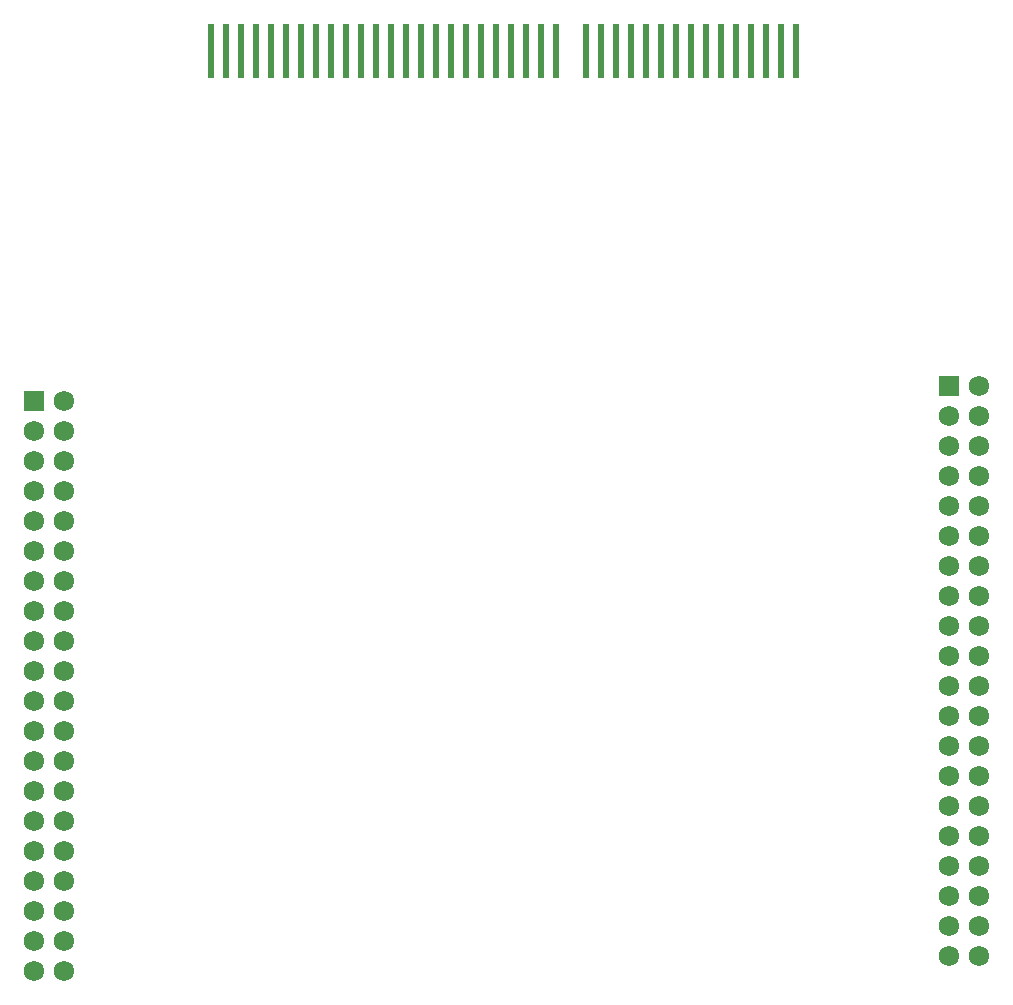
<source format=gbr>
%TF.GenerationSoftware,Altium Limited,Altium Designer,22.11.1 (43)*%
G04 Layer_Color=255*
%FSLAX45Y45*%
%MOMM*%
%TF.SameCoordinates,C297AA42-F212-4987-B5A2-20FF98F52B47*%
%TF.FilePolarity,Positive*%
%TF.FileFunction,Pads,Top*%
%TF.Part,Single*%
G01*
G75*
%TA.AperFunction,SMDPad,CuDef*%
%ADD10R,0.53000X4.57200*%
%TA.AperFunction,ComponentPad*%
%ADD14C,1.72500*%
%ADD15R,1.72500X1.72500*%
D10*
X2317650Y9760000D02*
D03*
X2444650D02*
D03*
X2571650D02*
D03*
X2698650D02*
D03*
X2825650D02*
D03*
X2952650D02*
D03*
X3079650D02*
D03*
X3206650D02*
D03*
X3333650D02*
D03*
X3460650D02*
D03*
X3587650D02*
D03*
X3714650D02*
D03*
X3841650D02*
D03*
X3968650D02*
D03*
X4095650D02*
D03*
X4222650D02*
D03*
X4349650D02*
D03*
X4476650D02*
D03*
X4603650D02*
D03*
X4730650D02*
D03*
X4857650D02*
D03*
X4984650D02*
D03*
X5111650D02*
D03*
X5238650D02*
D03*
X5492650D02*
D03*
X5619650D02*
D03*
X5746650D02*
D03*
X5873650D02*
D03*
X6000650D02*
D03*
X6127650D02*
D03*
X6254650D02*
D03*
X6381650D02*
D03*
X6508650D02*
D03*
X6635650D02*
D03*
X6762650D02*
D03*
X6889650D02*
D03*
X7016650D02*
D03*
X7143650D02*
D03*
X7270650D02*
D03*
D14*
X8826500Y2095500D02*
D03*
X8572500D02*
D03*
X8826500Y2349500D02*
D03*
X8572500D02*
D03*
X8826500Y2603500D02*
D03*
X8572500D02*
D03*
X8826500Y2857500D02*
D03*
X8572500D02*
D03*
X8826500Y3111500D02*
D03*
X8572500D02*
D03*
X8826500Y3365500D02*
D03*
X8572500D02*
D03*
X8826500Y3619500D02*
D03*
X8572500D02*
D03*
X8826500Y3873500D02*
D03*
X8572500D02*
D03*
X8826500Y4127500D02*
D03*
X8572500D02*
D03*
X8826500Y4381500D02*
D03*
X8572500D02*
D03*
X8826500Y4635500D02*
D03*
X8572500D02*
D03*
X8826500Y4889500D02*
D03*
X8572500D02*
D03*
X8826500Y5143500D02*
D03*
X8572500D02*
D03*
X8826500Y5397500D02*
D03*
X8572500D02*
D03*
X8826500Y5651500D02*
D03*
X8572500D02*
D03*
X8826500Y5905500D02*
D03*
X8572500D02*
D03*
X8826500Y6159500D02*
D03*
X8572500D02*
D03*
X8826500Y6413500D02*
D03*
X8572500D02*
D03*
X8826500Y6667500D02*
D03*
X8572500D02*
D03*
X8826500Y6921500D02*
D03*
X1079500Y1968500D02*
D03*
X825500D02*
D03*
X1079500Y2222500D02*
D03*
X825500D02*
D03*
X1079500Y2476500D02*
D03*
X825500D02*
D03*
X1079500Y2730500D02*
D03*
X825500D02*
D03*
X1079500Y2984500D02*
D03*
X825500D02*
D03*
X1079500Y3238500D02*
D03*
X825500D02*
D03*
X1079500Y3492500D02*
D03*
X825500D02*
D03*
X1079500Y3746500D02*
D03*
X825500D02*
D03*
X1079500Y4000500D02*
D03*
X825500D02*
D03*
X1079500Y4254500D02*
D03*
X825500D02*
D03*
X1079500Y4508500D02*
D03*
X825500D02*
D03*
X1079500Y4762500D02*
D03*
X825500D02*
D03*
X1079500Y5016500D02*
D03*
X825500D02*
D03*
X1079500Y5270500D02*
D03*
X825500D02*
D03*
X1079500Y5524500D02*
D03*
X825500D02*
D03*
X1079500Y5778500D02*
D03*
X825500D02*
D03*
X1079500Y6032500D02*
D03*
X825500D02*
D03*
X1079500Y6286500D02*
D03*
X825500D02*
D03*
X1079500Y6540500D02*
D03*
X825500D02*
D03*
X1079500Y6794500D02*
D03*
D15*
X8572500Y6921500D02*
D03*
X825500Y6794500D02*
D03*
%TF.MD5,b7fed87251068df9765829f5587b7658*%
M02*

</source>
